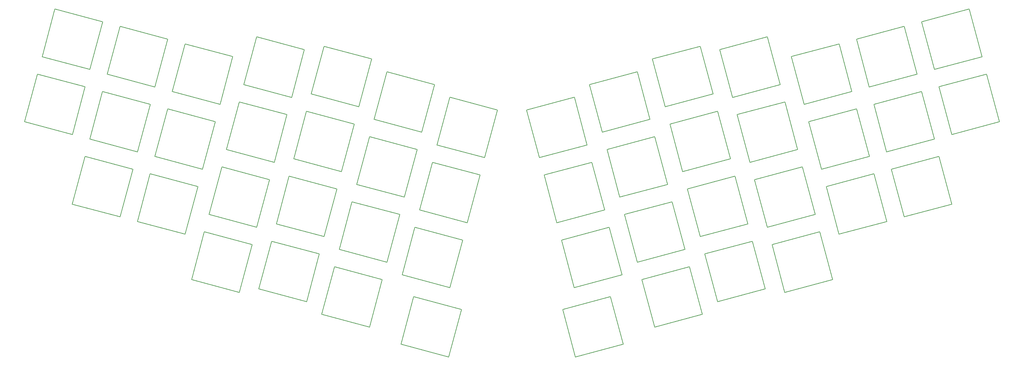
<source format=gbr>
%TF.GenerationSoftware,KiCad,Pcbnew,8.0.6*%
%TF.CreationDate,2024-12-13T19:23:41-05:00*%
%TF.ProjectId,10133,31303133-332e-46b6-9963-61645f706362,rev?*%
%TF.SameCoordinates,Original*%
%TF.FileFunction,Other,ECO2*%
%FSLAX46Y46*%
G04 Gerber Fmt 4.6, Leading zero omitted, Abs format (unit mm)*
G04 Created by KiCad (PCBNEW 8.0.6) date 2024-12-13 19:23:41*
%MOMM*%
%LPD*%
G01*
G04 APERTURE LIST*
%ADD10C,0.152400*%
G04 APERTURE END LIST*
D10*
%TO.C,K37*%
X-132859319Y42020743D02*
X-119365334Y38405042D01*
X-129243618Y55514728D02*
X-132859319Y42020743D01*
X-119365334Y38405042D02*
X-115749633Y51899027D01*
X-115749633Y51899027D02*
X-129243618Y55514728D01*
%TO.C,K7*%
X4110214Y26916207D02*
X7725917Y13422224D01*
X7725917Y13422224D02*
X21219900Y17037927D01*
X17604197Y30531910D02*
X4110214Y26916207D01*
X21219900Y17037927D02*
X17604197Y30531910D01*
%TO.C,K40*%
X-71581977Y-23703540D02*
X-58087992Y-27319241D01*
X-67966276Y-10209555D02*
X-71581977Y-23703540D01*
X-58087992Y-27319241D02*
X-54472291Y-13825256D01*
X-54472291Y-13825256D02*
X-67966276Y-10209555D01*
%TO.C,K36*%
X107208468Y10166713D02*
X110824171Y-3327270D01*
X110824171Y-3327270D02*
X124318154Y288433D01*
X120702451Y13782416D02*
X107208468Y10166713D01*
X124318154Y288433D02*
X120702451Y13782416D01*
%TO.C,K19*%
X9040822Y8515306D02*
X12656525Y-4978677D01*
X12656525Y-4978677D02*
X26150508Y-1362974D01*
X22534805Y12131009D02*
X9040822Y8515306D01*
X26150508Y-1362974D02*
X22534805Y12131009D01*
%TO.C,K47*%
X120678864Y33498122D02*
X124294567Y20004139D01*
X124294567Y20004139D02*
X137788550Y23619842D01*
X134172847Y37113825D02*
X120678864Y33498122D01*
X137788550Y23619842D02*
X134172847Y37113825D01*
%TO.C,K32*%
X31755920Y-2654974D02*
X35371623Y-16148957D01*
X35371623Y-16148957D02*
X48865606Y-12533254D01*
X45249903Y960729D02*
X31755920Y-2654974D01*
X48865606Y-12533254D02*
X45249903Y960729D01*
%TO.C,K43*%
X14301613Y-29519125D02*
X17917316Y-43013108D01*
X17917316Y-43013108D02*
X31411299Y-39397405D01*
X27795596Y-25903422D02*
X14301613Y-29519125D01*
X31411299Y-39397405D02*
X27795596Y-25903422D01*
%TO.C,K27*%
X-85668686Y-2672243D02*
X-72174701Y-6287944D01*
X-82052985Y10821742D02*
X-85668686Y-2672243D01*
X-72174701Y-6287944D02*
X-68559000Y7206041D01*
X-68559000Y7206041D02*
X-82052985Y10821742D01*
%TO.C,K3*%
X-75807672Y34129561D02*
X-62313687Y30513860D01*
X-72191971Y47623546D02*
X-75807672Y34129561D01*
X-62313687Y30513860D02*
X-58697986Y44007845D01*
X-58697986Y44007845D02*
X-72191971Y47623546D01*
%TO.C,K10*%
X58696710Y44007842D02*
X62312413Y30513859D01*
X62312413Y30513859D02*
X75806396Y34129562D01*
X72190693Y47623545D02*
X58696710Y44007842D01*
X75806396Y34129562D02*
X72190693Y47623545D01*
%TO.C,K44*%
X36686426Y-21055876D02*
X40302129Y-34549859D01*
X40302129Y-34549859D02*
X53796112Y-30934156D01*
X50180409Y-17440173D02*
X36686426Y-21055876D01*
X53796112Y-30934156D02*
X50180409Y-17440173D01*
%TO.C,K22*%
X63627217Y25606940D02*
X67242920Y12112957D01*
X67242920Y12112957D02*
X80736903Y15728660D01*
X77121200Y29222643D02*
X63627217Y25606940D01*
X80736903Y15728660D02*
X77121200Y29222643D01*
%TO.C,K1*%
X-114458417Y37090236D02*
X-100964432Y33474535D01*
X-110842716Y50584221D02*
X-114458417Y37090236D01*
X-100964432Y33474535D02*
X-97348731Y46968520D01*
X-97348731Y46968520D02*
X-110842716Y50584221D01*
%TO.C,K45*%
X54471015Y-13825259D02*
X58086718Y-27319242D01*
X58086718Y-27319242D02*
X71580701Y-23703539D01*
X67964998Y-10209556D02*
X54471015Y-13825259D01*
X71580701Y-23703539D02*
X67964998Y-10209556D01*
%TO.C,K18*%
X-26151681Y-1362963D02*
X-12657696Y-4978664D01*
X-22535980Y12131022D02*
X-26151681Y-1362963D01*
X-12657696Y-4978664D02*
X-9041995Y8515321D01*
X-9041995Y8515321D02*
X-22535980Y12131022D01*
%TO.C,K41*%
X-53797386Y-30934159D02*
X-40303401Y-34549860D01*
X-50181685Y-17440174D02*
X-53797386Y-30934159D01*
X-40303401Y-34549860D02*
X-36687700Y-21055875D01*
X-36687700Y-21055875D02*
X-50181685Y-17440174D01*
%TO.C,K13*%
X-119388924Y18689334D02*
X-105894939Y15073633D01*
X-115773223Y32183319D02*
X-119388924Y18689334D01*
X-105894939Y15073633D02*
X-102279238Y28567618D01*
X-102279238Y28567618D02*
X-115773223Y32183319D01*
%TO.C,K14*%
X-100988021Y13758827D02*
X-87494036Y10143126D01*
X-97372320Y27252812D02*
X-100988021Y13758827D01*
X-87494036Y10143126D02*
X-83878335Y23637111D01*
X-83878335Y23637111D02*
X-97372320Y27252812D01*
%TO.C,K12*%
X97347454Y46968519D02*
X100963157Y33474536D01*
X100963157Y33474536D02*
X114457140Y37090239D01*
X110841437Y50584222D02*
X97347454Y46968519D01*
X114457140Y37090239D02*
X110841437Y50584222D01*
%TO.C,K11*%
X78946554Y42038010D02*
X82562257Y28544027D01*
X82562257Y28544027D02*
X96056240Y32159730D01*
X92440537Y45653713D02*
X78946554Y42038010D01*
X96056240Y32159730D02*
X92440537Y45653713D01*
%TO.C,K33*%
X49540509Y4575644D02*
X53156212Y-8918339D01*
X53156212Y-8918339D02*
X66650195Y-5302636D01*
X63034492Y8191347D02*
X49540509Y4575644D01*
X66650195Y-5302636D02*
X63034492Y8191347D01*
%TO.C,K4*%
X-56790455Y31499167D02*
X-43296470Y27883466D01*
X-53174754Y44993152D02*
X-56790455Y31499167D01*
X-43296470Y27883466D02*
X-39680769Y41377451D01*
X-39680769Y41377451D02*
X-53174754Y44993152D01*
%TO.C,K48*%
X115748361Y51899025D02*
X119364064Y38405042D01*
X119364064Y38405042D02*
X132858047Y42020745D01*
X129242344Y55514728D02*
X115748361Y51899025D01*
X132858047Y42020745D02*
X129242344Y55514728D01*
%TO.C,K8*%
X21894905Y34146830D02*
X25510608Y20652847D01*
X25510608Y20652847D02*
X39004591Y24268550D01*
X35388888Y37762533D02*
X21894905Y34146830D01*
X39004591Y24268550D02*
X35388888Y37762533D01*
%TO.C,K16*%
X-61720963Y13098265D02*
X-48226978Y9482564D01*
X-58105262Y26592250D02*
X-61720963Y13098265D01*
X-48226978Y9482564D02*
X-44611277Y22976549D01*
X-44611277Y22976549D02*
X-58105262Y26592250D01*
%TO.C,K30*%
X-31081480Y-19763847D02*
X-17587495Y-23379548D01*
X-27465779Y-6269862D02*
X-31081480Y-19763847D01*
X-17587495Y-23379548D02*
X-13971794Y-9885563D01*
X-13971794Y-9885563D02*
X-27465779Y-6269862D01*
%TO.C,K5*%
X-39005867Y24268547D02*
X-25511882Y20652846D01*
X-35390166Y37762532D02*
X-39005867Y24268547D01*
X-25511882Y20652846D02*
X-21896181Y34146831D01*
X-21896181Y34146831D02*
X-35390166Y37762532D01*
%TO.C,K38*%
X-137789824Y23619841D02*
X-124295839Y20004140D01*
X-134174123Y37113826D02*
X-137789824Y23619841D01*
X-124295839Y20004140D02*
X-120680138Y33498125D01*
X-120680138Y33498125D02*
X-134174123Y37113826D01*
%TO.C,K20*%
X26825411Y15745927D02*
X30441114Y2251944D01*
X30441114Y2251944D02*
X43935097Y5867647D01*
X40319394Y19361630D02*
X26825411Y15745927D01*
X43935097Y5867647D02*
X40319394Y19361630D01*
%TO.C,K46*%
X73488231Y-11194864D02*
X77103934Y-24688847D01*
X77103934Y-24688847D02*
X90597917Y-21073144D01*
X86982214Y-7579161D02*
X73488231Y-11194864D01*
X90597917Y-21073144D02*
X86982214Y-7579161D01*
%TO.C,K2*%
X-96057512Y32159730D02*
X-82563527Y28544029D01*
X-92441811Y45653715D02*
X-96057512Y32159730D01*
X-82563527Y28544029D02*
X-78947826Y42038014D01*
X-78947826Y42038014D02*
X-92441811Y45653715D01*
%TO.C,K42*%
X-31412573Y-39397408D02*
X-17918588Y-43013109D01*
X-27796872Y-25903423D02*
X-31412573Y-39397408D01*
X-17918588Y-43013109D02*
X-14302887Y-29519124D01*
X-14302887Y-29519124D02*
X-27796872Y-25903423D01*
%TO.C,K15*%
X-80738178Y15728658D02*
X-67244193Y12112957D01*
X-77122477Y29222643D02*
X-80738178Y15728658D01*
X-67244193Y12112957D02*
X-63628492Y25606942D01*
X-63628492Y25606942D02*
X-77122477Y29222643D01*
%TO.C,K35*%
X88807565Y5236206D02*
X92423268Y-8257777D01*
X92423268Y-8257777D02*
X105917251Y-4642074D01*
X102301548Y8851909D02*
X88807565Y5236206D01*
X105917251Y-4642074D02*
X102301548Y8851909D01*
%TO.C,K39*%
X-90599192Y-21073145D02*
X-77105207Y-24688846D01*
X-86983491Y-7579160D02*
X-90599192Y-21073145D01*
X-77105207Y-24688846D02*
X-73489506Y-11194861D01*
X-73489506Y-11194861D02*
X-86983491Y-7579160D01*
%TO.C,K29*%
X-48866881Y-12533256D02*
X-35372896Y-16148957D01*
X-45251180Y960729D02*
X-48866881Y-12533256D01*
X-35372896Y-16148957D02*
X-31757195Y-2654972D01*
X-31757195Y-2654972D02*
X-45251180Y960729D01*
%TO.C,K6*%
X-21221174Y17037924D02*
X-7727189Y13422223D01*
X-17605473Y30531909D02*
X-21221174Y17037924D01*
X-7727189Y13422223D02*
X-4111488Y26916208D01*
X-4111488Y26916208D02*
X-17605473Y30531909D01*
%TO.C,K21*%
X44610002Y22976546D02*
X48225705Y9482563D01*
X48225705Y9482563D02*
X61719688Y13098266D01*
X58103985Y26592249D02*
X44610002Y22976546D01*
X61719688Y13098266D02*
X58103985Y26592249D01*
%TO.C,K17*%
X-43936373Y5867645D02*
X-30442388Y2251944D01*
X-40320672Y19361630D02*
X-43936373Y5867645D01*
X-30442388Y2251944D02*
X-26826687Y15745929D01*
X-26826687Y15745929D02*
X-40320672Y19361630D01*
%TO.C,K9*%
X39679494Y41377449D02*
X43295197Y27883466D01*
X43295197Y27883466D02*
X56789180Y31499169D01*
X53173477Y44993152D02*
X39679494Y41377449D01*
X56789180Y31499169D02*
X53173477Y44993152D01*
%TO.C,K23*%
X83877060Y23637109D02*
X87492763Y10143126D01*
X87492763Y10143126D02*
X100986746Y13758829D01*
X97371043Y27252812D02*
X83877060Y23637109D01*
X100986746Y13758829D02*
X97371043Y27252812D01*
%TO.C,K28*%
X-66651469Y-5302638D02*
X-53157484Y-8918339D01*
X-63035768Y8191347D02*
X-66651469Y-5302638D01*
X-53157484Y-8918339D02*
X-49541783Y4575646D01*
X-49541783Y4575646D02*
X-63035768Y8191347D01*
%TO.C,K26*%
X-105918527Y-4642077D02*
X-92424542Y-8257778D01*
X-102302826Y8851908D02*
X-105918527Y-4642077D01*
X-92424542Y-8257778D02*
X-88808841Y5236207D01*
X-88808841Y5236207D02*
X-102302826Y8851908D01*
%TO.C,K34*%
X68557726Y7206038D02*
X72173429Y-6287945D01*
X72173429Y-6287945D02*
X85667412Y-2672242D01*
X82051709Y10821741D02*
X68557726Y7206038D01*
X85667412Y-2672242D02*
X82051709Y10821741D01*
%TO.C,K24*%
X102277961Y28567616D02*
X105893664Y15073633D01*
X105893664Y15073633D02*
X119387647Y18689336D01*
X115771944Y32183319D02*
X102277961Y28567616D01*
X119387647Y18689336D02*
X115771944Y32183319D01*
%TO.C,K25*%
X-124319431Y288432D02*
X-110825446Y-3327269D01*
X-120703730Y13782417D02*
X-124319431Y288432D01*
X-110825446Y-3327269D02*
X-107209745Y10166716D01*
X-107209745Y10166716D02*
X-120703730Y13782417D01*
%TO.C,K31*%
X13971330Y-9885594D02*
X17587033Y-23379577D01*
X17587033Y-23379577D02*
X31081016Y-19763874D01*
X27465313Y-6269891D02*
X13971330Y-9885594D01*
X31081016Y-19763874D02*
X27465313Y-6269891D01*
%TD*%
M02*

</source>
